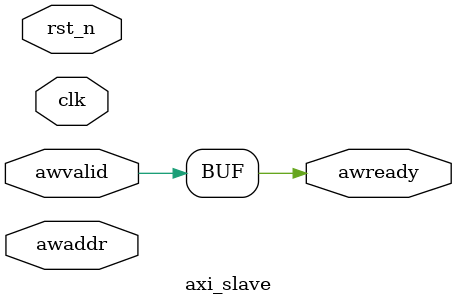
<source format=sv>
`timescale 1ns/1ps
module axi_slave(input clk, rst_n, input [31:0] awaddr, input awvalid, output awready);
    assign awready = awvalid;
endmodule

</source>
